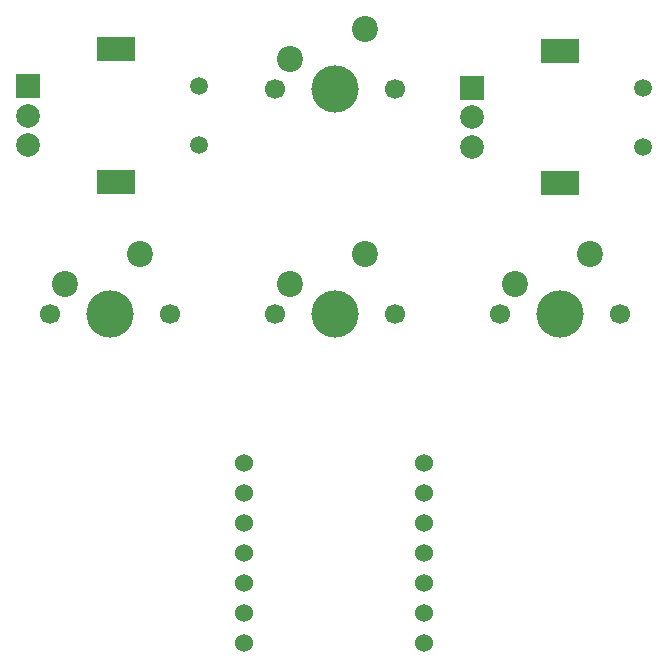
<source format=gbr>
%TF.GenerationSoftware,KiCad,Pcbnew,9.0.3*%
%TF.CreationDate,2025-07-31T03:50:49-04:00*%
%TF.ProjectId,BatPad,42617450-6164-42e6-9b69-6361645f7063,rev?*%
%TF.SameCoordinates,Original*%
%TF.FileFunction,Soldermask,Bot*%
%TF.FilePolarity,Negative*%
%FSLAX46Y46*%
G04 Gerber Fmt 4.6, Leading zero omitted, Abs format (unit mm)*
G04 Created by KiCad (PCBNEW 9.0.3) date 2025-07-31 03:50:49*
%MOMM*%
%LPD*%
G01*
G04 APERTURE LIST*
%ADD10C,1.700000*%
%ADD11C,4.000000*%
%ADD12C,2.200000*%
%ADD13C,1.500000*%
%ADD14R,2.000000X2.000000*%
%ADD15C,2.000000*%
%ADD16R,3.200000X2.000000*%
%ADD17C,1.524000*%
G04 APERTURE END LIST*
D10*
%TO.C,SW4*%
X42853750Y-9921875D03*
D11*
X47933750Y-9921875D03*
D10*
X53013750Y-9921875D03*
D12*
X50473750Y-4841875D03*
X44123750Y-7381875D03*
%TD*%
D10*
%TO.C,SW2*%
X42840000Y-29000000D03*
D11*
X47920000Y-29000000D03*
D10*
X53000000Y-29000000D03*
D12*
X50460000Y-23920000D03*
X44110000Y-26460000D03*
%TD*%
D13*
%TO.C,SW6*%
X36433750Y-9696875D03*
X36433750Y-14696875D03*
D14*
X21933750Y-9696875D03*
D15*
X21933750Y-14696875D03*
X21933750Y-12196875D03*
D16*
X29433750Y-6596875D03*
X29433750Y-17796875D03*
%TD*%
D13*
%TO.C,SW5*%
X74008750Y-9831250D03*
X74008750Y-14831250D03*
D14*
X59508750Y-9831250D03*
D15*
X59508750Y-14831250D03*
X59508750Y-12331250D03*
D16*
X67008750Y-6731250D03*
X67008750Y-17931250D03*
%TD*%
D10*
%TO.C,SW3*%
X61923750Y-29000000D03*
D11*
X67003750Y-29000000D03*
D10*
X72083750Y-29000000D03*
D12*
X69543750Y-23920000D03*
X63193750Y-26460000D03*
%TD*%
D10*
%TO.C,SW1*%
X23793750Y-29000000D03*
D11*
X28873750Y-29000000D03*
D10*
X33953750Y-29000000D03*
D12*
X31413750Y-23920000D03*
X25063750Y-26460000D03*
%TD*%
D17*
%TO.C,U1*%
X55502756Y-56860625D03*
X55502756Y-54320625D03*
X55502756Y-51780625D03*
X55502756Y-49240625D03*
X55502756Y-46700625D03*
X55502756Y-44160625D03*
X55502756Y-41620625D03*
X40262756Y-41620625D03*
X40262756Y-44160625D03*
X40262756Y-46700625D03*
X40262756Y-49240625D03*
X40262756Y-51780625D03*
X40262756Y-54320625D03*
X40262756Y-56860625D03*
%TD*%
M02*

</source>
